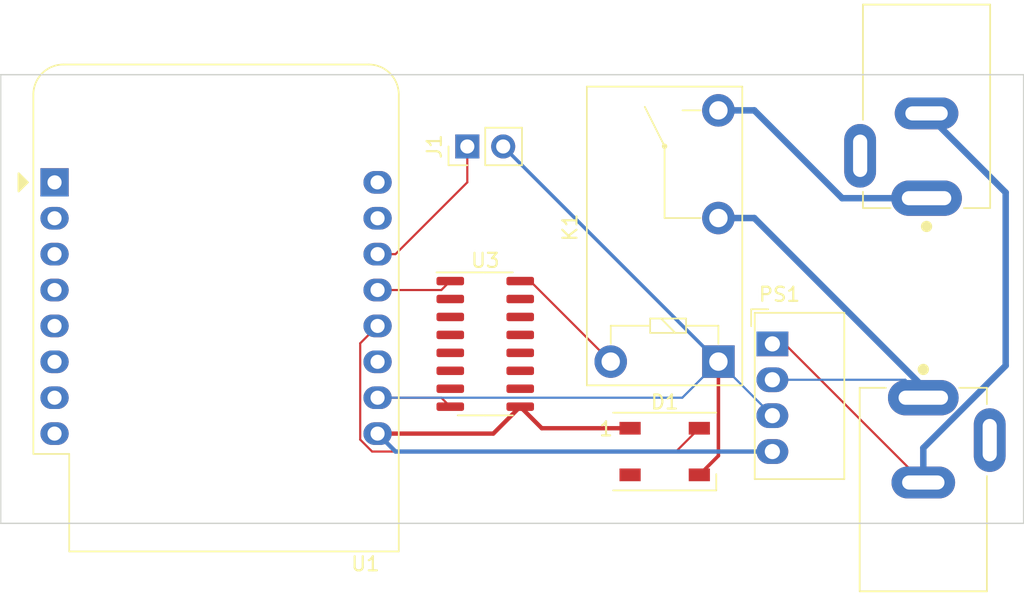
<source format=kicad_pcb>
(kicad_pcb (version 20211014) (generator pcbnew)
  (layers (0 "F.Cu" signal) (31 "B.Cu" signal) (34 "B.Paste" user) (35 "F.Paste" user) (36 "B.SilkS" user "B.Silkscreen") (37 "F.SilkS" user "F.Silkscreen") (38 "B.Mask" user) (39 "F.Mask" user) (44 "Edge.Cuts" user))
  (net 0 "")
  (net 4 "5V")
  (net 6 "GND")
  (net 8 "LED")
  (net 9 "BUTTON")
  (net 14 "Net-(K1-Pad3)")
  (net 15 "Net-(K1-Pad5)")
  (net 16 "SWITCH")
  (net 33 "12VIN")
  (net 34 "12VGND")
  (footprint "Module:WEMOS_D1_mini_light" (layer "F.Cu") (at 104.14 69.85)
    (fp_text reference "U1" (at 22 27) (layer "F.SilkS"))
    (fp_text value "WeMos_D1_mini")
    (fp_line (start 22.24 -8.34) (end 0.63 -8.34) (layer "F.SilkS") (width 0.12))
    (fp_line (start -1.5 19.22) (end -1.5 -6.21) (layer "F.SilkS") (width 0.12))
    (fp_line (start 1.04 19.22) (end 1.04 26.12) (layer "F.SilkS") (width 0.12))
    (fp_line (start 1.04 26.12) (end 24.36 26.12) (layer "F.SilkS") (width 0.12))
    (fp_line (start -1.5 19.22) (end 1.04 19.22) (layer "F.SilkS") (width 0.12))
    (fp_line (start 24.36 26.12) (end 24.36 -6.21) (layer "F.SilkS") (width 0.12))
    (fp_arc (start -1.5 -6.21) (mid -0.876137 -7.716137) (end 0.63 -8.34) (layer "F.SilkS") (width 0.12))
    (fp_arc (start 22.23 -8.34) (mid 23.736137 -7.716137) (end 24.36 -6.21) (layer "F.SilkS") (width 0.12))
    (fp_poly (pts (xy -2.54 -0.635) (xy -2.54 0.635) (xy -1.905 0)) (layer "F.SilkS") (width 0.15) (fill solid))
    (pad "1" thru_hole rect (at 0 0) (size 2 2) (drill 1) (layers *.Cu *.Mask))
    (pad "2" thru_hole oval (at 0 2.54) (size 2 1.6) (drill 1) (layers *.Cu *.Mask))
    (pad "3" thru_hole oval (at 0 5.08) (size 2 1.6) (drill 1) (layers *.Cu *.Mask))
    (pad "4" thru_hole oval (at 0 7.62) (size 2 1.6) (drill 1) (layers *.Cu *.Mask))
    (pad "5" thru_hole oval (at 0 10.16) (size 2 1.6) (drill 1) (layers *.Cu *.Mask))
    (pad "6" thru_hole oval (at 0 12.7) (size 2 1.6) (drill 1) (layers *.Cu *.Mask))
    (pad "7" thru_hole oval (at 0 15.24) (size 2 1.6) (drill 1) (layers *.Cu *.Mask))
    (pad "8" thru_hole oval (at 0 17.78) (size 2 1.6) (drill 1) (layers *.Cu *.Mask))
    (pad "9" thru_hole oval (at 22.86 17.78) (size 2 1.6) (drill 1) (layers *.Cu *.Mask) (net 4 "5V"))
    (pad "10" thru_hole oval (at 22.86 15.24) (size 2 1.6) (drill 1) (layers *.Cu *.Mask) (net 6 "GND"))
    (pad "11" thru_hole oval (at 22.86 12.7) (size 2 1.6) (drill 1) (layers *.Cu *.Mask))
    (pad "12" thru_hole oval (at 22.86 10.16) (size 2 1.6) (drill 1) (layers *.Cu *.Mask) (net 8 "LED"))
    (pad "13" thru_hole oval (at 22.86 7.62) (size 2 1.6) (drill 1) (layers *.Cu *.Mask) (net 16 "SWITCH"))
    (pad "14" thru_hole oval (at 22.86 5.08) (size 2 1.6) (drill 1) (layers *.Cu *.Mask) (net 9 "BUTTON"))
    (pad "15" thru_hole oval (at 22.86 2.54) (size 2 1.6) (drill 1) (layers *.Cu *.Mask))
    (pad "16" thru_hole oval (at 22.86 0) (size 2 1.6) (drill 1) (layers *.Cu *.Mask))
  )
  (footprint "Package_SO:SOIC-16_3.9x9.9mm_P1.27mm" (layer "F.Cu") (at 134.62 81.28)
    (fp_text reference "U3" (at 0 -5.9) (layer "F.SilkS"))
    (fp_text value "ULN2003")
    (fp_line (start 0 5.06) (end -1.95 5.06) (layer "F.SilkS") (width 0.12))
    (fp_line (start 0 5.06) (end 1.95 5.06) (layer "F.SilkS") (width 0.12))
    (fp_line (start 0 -5.06) (end -3.45 -5.06) (layer "F.SilkS") (width 0.12))
    (fp_line (start 0 -5.06) (end 1.95 -5.06) (layer "F.SilkS") (width 0.12))
    (pad "1" smd roundrect (at -2.475 -4.445) (size 1.95 0.6) (layers "F.Cu" "F.Paste" "F.Mask") (net 16 "SWITCH"))
    (pad "2" smd roundrect (at -2.475 -3.175) (size 1.95 0.6) (layers "F.Cu" "F.Paste" "F.Mask"))
    (pad "3" smd roundrect (at -2.475 -1.905) (size 1.95 0.6) (layers "F.Cu" "F.Paste" "F.Mask"))
    (pad "4" smd roundrect (at -2.475 -0.635) (size 1.95 0.6) (layers "F.Cu" "F.Paste" "F.Mask"))
    (pad "5" smd roundrect (at -2.475 0.635) (size 1.95 0.6) (layers "F.Cu" "F.Paste" "F.Mask"))
    (pad "6" smd roundrect (at -2.475 1.905) (size 1.95 0.6) (layers "F.Cu" "F.Paste" "F.Mask"))
    (pad "7" smd roundrect (at -2.475 3.175) (size 1.95 0.6) (layers "F.Cu" "F.Paste" "F.Mask"))
    (pad "8" smd roundrect (at -2.475 4.445) (size 1.95 0.6) (layers "F.Cu" "F.Paste" "F.Mask") (net 6 "GND"))
    (pad "9" smd roundrect (at 2.475 4.445) (size 1.95 0.6) (layers "F.Cu" "F.Paste" "F.Mask") (net 4 "5V"))
    (pad "10" smd roundrect (at 2.475 3.175) (size 1.95 0.6) (layers "F.Cu" "F.Paste" "F.Mask"))
    (pad "11" smd roundrect (at 2.475 1.905) (size 1.95 0.6) (layers "F.Cu" "F.Paste" "F.Mask"))
    (pad "12" smd roundrect (at 2.475 0.635) (size 1.95 0.6) (layers "F.Cu" "F.Paste" "F.Mask"))
    (pad "13" smd roundrect (at 2.475 -0.635) (size 1.95 0.6) (layers "F.Cu" "F.Paste" "F.Mask"))
    (pad "14" smd roundrect (at 2.475 -1.905) (size 1.95 0.6) (layers "F.Cu" "F.Paste" "F.Mask"))
    (pad "15" smd roundrect (at 2.475 -3.175) (size 1.95 0.6) (layers "F.Cu" "F.Paste" "F.Mask"))
    (pad "16" smd roundrect (at 2.475 -4.445) (size 1.95 0.6) (layers "F.Cu" "F.Paste" "F.Mask") (net 15 "Net-(K1-Pad5)"))
  )
  (footprint "Connector_PinHeader_2.54mm:PinHeader_1x02_P2.54mm_Vertical" (layer "F.Cu") (at 133.35 67.31 90)
    (fp_text reference "J1" (at 0 -2.33 90) (layer "F.SilkS"))
    (fp_text value "ButtonHeader" hide)
    (fp_line (start -1.33 1.27) (end 1.33 1.27) (layer "F.SilkS") (width 0.12))
    (fp_line (start -1.33 0) (end -1.33 -1.33) (layer "F.SilkS") (width 0.12))
    (fp_line (start -1.33 1.27) (end -1.33 3.87) (layer "F.SilkS") (width 0.12))
    (fp_line (start -1.33 -1.33) (end 0 -1.33) (layer "F.SilkS") (width 0.12))
    (fp_line (start 1.33 1.27) (end 1.33 3.87) (layer "F.SilkS") (width 0.12))
    (fp_line (start -1.33 3.87) (end 1.33 3.87) (layer "F.SilkS") (width 0.12))
    (pad "1" thru_hole rect (at 0 0 90) (size 1.7 1.7) (drill 1) (layers *.Cu *.Mask) (net 9 "BUTTON"))
    (pad "2" thru_hole oval (at 0 2.54 90) (size 1.7 1.7) (drill 1) (layers *.Cu *.Mask) (net 6 "GND"))
  )
  (footprint "MyParts:CUI_PJ-002AH" (layer "F.Cu") (at 165.85 70.97 90)
    (fp_text reference "U4" hide)
    (fp_text value "Barrel_Jack_Switch" hide)
    (fp_line (start 13.7 -4.5) (end 13.7 4.5) (layer "F.SilkS") (width 0.127))
    (fp_line (start -0.7 4.5) (end -0.7 2.65) (layer "F.SilkS") (width 0.127))
    (fp_line (start 13.7 4.5) (end -0.7 4.5) (layer "F.SilkS") (width 0.127))
    (fp_line (start -0.7 -2.55) (end -0.7 -4.5) (layer "F.SilkS") (width 0.127))
    (fp_line (start -0.7 -4.5) (end 0.45 -4.5) (layer "F.SilkS") (width 0.127))
    (fp_line (start 5.55 -4.5) (end 13.7 -4.5) (layer "F.SilkS") (width 0.127))
    (fp_circle (center -2 0) (end -1.8 0) (layer "F.SilkS") (width 0.4) (fill none))
    (pad "1" thru_hole oval locked (at 0 0 90) (size 2.5 5) (drill oval 1 3.5) (layers *.Cu *.Mask) (net 14 "Net-(K1-Pad3)"))
    (pad "2" thru_hole oval locked (at 6 0 90) (size 2.25 4.5) (drill oval 1 3) (layers *.Cu *.Mask) (net 34 "12VGND"))
    (pad "3" thru_hole oval locked (at 3 -4.7 90) (size 4.5 2.25) (drill oval 3 1) (layers *.Cu *.Mask))
  )
  (footprint "LED_SMD:LED_WS2812B_PLCC4_5.0x5.0mm_P3.2mm" (layer "F.Cu") (at 147.32 88.9)
    (fp_text reference "D1" (at 0 -3.5) (layer "F.SilkS"))
    (fp_text value "WS2812B" hide)
    (fp_text user "1" (at -4.15 -1.6) (layer "F.SilkS"))
    (fp_line (start -3.65 2.75) (end 3.65 2.75) (layer "F.SilkS") (width 0.12))
    (fp_line (start 3.65 2.75) (end 3.65 1.6) (layer "F.SilkS") (width 0.12))
    (fp_line (start -3.65 -2.75) (end 3.65 -2.75) (layer "F.SilkS") (width 0.12))
    (pad "1" smd rect (at -2.45 -1.65) (size 1.5 0.9) (layers "F.Cu" "F.Paste" "F.Mask") (net 4 "5V"))
    (pad "2" smd rect (at -2.45 1.65) (size 1.5 0.9) (layers "F.Cu" "F.Paste" "F.Mask"))
    (pad "3" smd rect (at 2.45 1.65) (size 1.5 0.9) (layers "F.Cu" "F.Paste" "F.Mask") (net 6 "GND"))
    (pad "4" smd rect (at 2.45 -1.65) (size 1.5 0.9) (layers "F.Cu" "F.Paste" "F.Mask") (net 8 "LED"))
  )
  (footprint "MyParts:CUI_PJ-002AH" (layer "F.Cu") (at 165.62 85.09 -90)
    (fp_text reference "U5" hide)
    (fp_text value "Barrel_Jack_Switch" hide)
    (fp_line (start -0.7 4.5) (end -0.7 2.65) (layer "F.SilkS") (width 0.127))
    (fp_line (start -0.7 -2.55) (end -0.7 -4.5) (layer "F.SilkS") (width 0.127))
    (fp_line (start 13.7 4.5) (end -0.7 4.5) (layer "F.SilkS") (width 0.127))
    (fp_line (start 5.55 -4.5) (end 13.7 -4.5) (layer "F.SilkS") (width 0.127))
    (fp_line (start 13.7 -4.5) (end 13.7 4.5) (layer "F.SilkS") (width 0.127))
    (fp_line (start -0.7 -4.5) (end 0.45 -4.5) (layer "F.SilkS") (width 0.127))
    (fp_circle (center -2 0) (end -1.8 0) (layer "F.SilkS") (width 0.4) (fill none))
    (pad "1" thru_hole oval locked (at 0 0 270) (size 2.5 5) (drill oval 1 3.5) (layers *.Cu *.Mask) (net 33 "12VIN"))
    (pad "2" thru_hole oval locked (at 6 0 270) (size 2.25 4.5) (drill oval 1 3) (layers *.Cu *.Mask) (net 34 "12VGND"))
    (pad "3" thru_hole oval locked (at 3 -4.7 270) (size 4.5 2.25) (drill oval 3 1) (layers *.Cu *.Mask))
  )
  (footprint "Relay_THT:Relay_SPST_Omron-G5Q-1A" (layer "F.Cu") (at 151.12 82.535 90)
    (fp_text reference "K1" (at 9.5 -10.5 90) (layer "F.SilkS"))
    (fp_text value "G5Q-1A")
    (fp_line (start 2.54 -7.62) (end 1.27 -7.62) (layer "F.SilkS") (width 0.12))
    (fp_line (start 17.78 -1.27) (end 17.78 -2.54) (layer "F.SilkS") (width 0.12))
    (fp_line (start 2.54 -4.83) (end 2.54 -7.62) (layer "F.SilkS") (width 0.12))
    (fp_line (start 2.54 0) (end 2.54 -2.29) (layer "F.SilkS") (width 0.12))
    (fp_line (start 10.16 -1.27) (end 10.16 -3.81) (layer "F.SilkS") (width 0.12))
    (fp_line (start 10.16 -3.81) (end 15.24 -3.81) (layer "F.SilkS") (width 0.12))
    (fp_line (start 3.05 -2.29) (end 2.54 -2.29) (layer "F.SilkS") (width 0.12))
    (fp_line (start 19.46 1.69) (end 19.46 -9.31) (layer "F.SilkS") (width 0.12))
    (fp_line (start 2.54 -4.83) (end 3.05 -4.83) (layer "F.SilkS") (width 0.12))
    (fp_line (start 2.03 -3.05) (end 3.05 -4.06) (layer "F.SilkS") (width 0.12))
    (fp_line (start 2.03 -2.29) (end 2.03 -4.83) (layer "F.SilkS") (width 0.12))
    (fp_line (start -1.68 1.69) (end 19.46 1.69) (layer "F.SilkS") (width 0.12))
    (fp_line (start 2.03 -4.83) (end 2.54 -4.83) (layer "F.SilkS") (width 0.12))
    (fp_line (start 2.54 -2.29) (end 2.03 -2.29) (layer "F.SilkS") (width 0.12))
    (fp_line (start 3.05 -4.83) (end 3.05 -2.29) (layer "F.SilkS") (width 0.12))
    (fp_line (start -1.68 -9.31) (end 19.46 -9.31) (layer "F.SilkS") (width 0.12))
    (fp_line (start 15.24 -3.81) (end 18.03 -5.21) (layer "F.SilkS") (width 0.12))
    (fp_line (start -1.68 1.69) (end -1.68 -9.31) (layer "F.SilkS") (width 0.12))
    (fp_line (start 1.27 0) (end 2.54 0) (layer "F.SilkS") (width 0.12))
    (fp_circle (center 15.24 -3.81) (end 15.24 -3.68) (layer "F.SilkS") (width 0.12) (fill none))
    (pad "1" thru_hole rect (at 0 0 270) (size 2.3 2.3) (drill 1.3) (layers *.Cu *.Mask) (net 6 "GND"))
    (pad "2" thru_hole circle (at 10.16 0 270) (size 2.3 2.3) (drill 1.3) (layers *.Cu *.Mask) (net 33 "12VIN"))
    (pad "3" thru_hole circle (at 17.78 0 270) (size 2.3 2.3) (drill 1.3) (layers *.Cu *.Mask) (net 14 "Net-(K1-Pad3)"))
    (pad "5" thru_hole circle (at 0 -7.62 270) (size 2.3 2.3) (drill 1.3) (layers *.Cu *.Mask) (net 15 "Net-(K1-Pad5)"))
  )
  (footprint "Converter_DCDC:Converter_DCDC_Murata_MEE1SxxxxSC_THT" (layer "F.Cu") (at 154.94 81.28)
    (fp_text reference "PS1" (at 0.5 -3.5) (layer "F.SilkS"))
    (fp_text value "MEE1S1205SC" hide)
    (fp_line (start 5.09 9.57) (end -1.25 9.57) (layer "F.SilkS") (width 0.12))
    (fp_line (start -1.5 -2.45) (end -1.5 -1.25) (layer "F.SilkS") (width 0.12))
    (fp_line (start 5.09 -2.2) (end 5.09 9.57) (layer "F.SilkS") (width 0.12))
    (fp_line (start -1.25 -2.2) (end -1.25 9.57) (layer "F.SilkS") (width 0.12))
    (fp_line (start 5.09 -2.2) (end -1.25 -2.2) (layer "F.SilkS") (width 0.12))
    (fp_line (start -0.3 -2.45) (end -1.5 -2.45) (layer "F.SilkS") (width 0.12))
    (pad "1" thru_hole rect (at 0 0 270) (size 1.75 2.25) (drill 1.075) (layers *.Cu *.Mask) (net 34 "12VGND"))
    (pad "2" thru_hole oval (at 0 2.54 270) (size 1.75 2.25) (drill 1.075) (layers *.Cu *.Mask) (net 33 "12VIN"))
    (pad "3" thru_hole oval (at 0 5.08 270) (size 1.75 2.25) (drill 1.075) (layers *.Cu *.Mask) (net 6 "GND"))
    (pad "4" thru_hole oval (at 0 7.62 270) (size 1.75 2.25) (drill 1.075) (layers *.Cu *.Mask) (net 4 "5V"))
  )
  (gr_line (start 100.33 93.98) (end 172.72 93.98) (layer "Edge.Cuts") (width 0.1))
  (gr_line (start 172.72 62.23) (end 100.33 62.23) (layer "Edge.Cuts") (width 0.1))
  (gr_line (start 172.72 93.98) (end 172.72 62.23) (layer "Edge.Cuts") (width 0.1))
  (gr_line (start 100.33 62.23) (end 100.33 93.98) (layer "Edge.Cuts") (width 0.1))
  (segment (start 137.095 85.725) (end 138.62 87.25) (width 0.3048) (layer "F.Cu") (net 4))
  (segment (start 127 87.63) (end 135.19 87.63) (width 0.3048) (layer "F.Cu") (net 4))
  (segment (start 138.62 87.25) (end 144.87 87.25) (width 0.3048) (layer "F.Cu") (net 4))
  (segment (start 135.19 87.63) (end 137.095 85.725) (width 0.3048) (layer "F.Cu") (net 4))
  (segment (start 128.27 88.9) (end 127 87.63) (width 0.3048) (layer "B.Cu") (net 4))
  (segment (start 154.94 88.9) (end 128.27 88.9) (width 0.3048) (layer "B.Cu") (net 4))
  (segment (start 151.12 89.2) (end 149.77 90.55) (width 0.25) (layer "F.Cu") (net 6))
  (segment (start 151.12 82.535) (end 151.12 89.2) (width 0.25) (layer "F.Cu") (net 6))
  (segment (start 131.51 85.09) (end 132.145 85.725) (width 0.1524) (layer "F.Cu") (net 6))
  (segment (start 127 85.09) (end 131.51 85.09) (width 0.1524) (layer "F.Cu") (net 6))
  (segment (start 135.89 67.31) (end 151.115 82.535) (width 0.25) (layer "B.Cu") (net 6))
  (segment (start 148.565 85.09) (end 127 85.09) (width 0.1524) (layer "B.Cu") (net 6))
  (segment (start 154.94 86.36) (end 151.12 82.54) (width 0.1524) (layer "B.Cu") (net 6))
  (segment (start 151.115 82.535) (end 151.12 82.535) (width 0.25) (layer "B.Cu") (net 6))
  (segment (start 151.12 82.54) (end 151.12 82.535) (width 0.1524) (layer "B.Cu") (net 6))
  (segment (start 151.12 82.535) (end 148.565 85.09) (width 0.1524) (layer "B.Cu") (net 6))
  (segment (start 148.12 88.9) (end 149.77 87.25) (width 0.1524) (layer "F.Cu") (net 8))
  (segment (start 125.7714 88.05606) (end 126.61534 88.9) (width 0.1524) (layer "F.Cu") (net 8))
  (segment (start 125.7714 81.2386) (end 125.7714 88.05606) (width 0.1524) (layer "F.Cu") (net 8))
  (segment (start 127 80.01) (end 125.7714 81.2386) (width 0.1524) (layer "F.Cu") (net 8))
  (segment (start 126.61534 88.9) (end 148.12 88.9) (width 0.1524) (layer "F.Cu") (net 8))
  (segment (start 128.27 74.93) (end 133.35 69.85) (width 0.1524) (layer "F.Cu") (net 9))
  (segment (start 133.35 69.85) (end 133.35 67.31) (width 0.1524) (layer "F.Cu") (net 9))
  (segment (start 127 74.93) (end 128.27 74.93) (width 0.1524) (layer "F.Cu") (net 9))
  (segment (start 165.85 70.97) (end 159.875 70.97) (width 0.4572) (layer "B.Cu") (net 14))
  (segment (start 159.875 70.97) (end 153.66 64.755) (width 0.4572) (layer "B.Cu") (net 14))
  (segment (start 153.66 64.755) (end 151.12 64.755) (width 0.4572) (layer "B.Cu") (net 14))
  (segment (start 137.8 76.835) (end 143.5 82.535) (width 0.1524) (layer "F.Cu") (net 15))
  (segment (start 137.095 76.835) (end 137.8 76.835) (width 0.1524) (layer "F.Cu") (net 15))
  (segment (start 127 77.47) (end 131.51 77.47) (width 0.1524) (layer "F.Cu") (net 16))
  (segment (start 131.51 77.47) (end 132.145 76.835) (width 0.1524) (layer "F.Cu") (net 16))
  (segment (start 153.66 72.375) (end 151.12 72.375) (width 0.4572) (layer "B.Cu") (net 33))
  (segment (start 153.66 72.375) (end 165.62 84.335) (width 0.4572) (layer "B.Cu") (net 33))
  (segment (start 165.62 84.335) (end 165.62 85.09) (width 0.4572) (layer "B.Cu") (net 33))
  (segment (start 154.94 83.82) (end 164.35 83.82) (width 0.1524) (layer "B.Cu") (net 33))
  (segment (start 164.35 83.82) (end 165.62 85.09) (width 0.1524) (layer "B.Cu") (net 33))
  (segment (start 154.94 81.28) (end 155.81 81.28) (width 0.1524) (layer "F.Cu") (net 34))
  (segment (start 155.81 81.28) (end 165.62 91.09) (width 0.1524) (layer "F.Cu") (net 34))
  (segment (start 171.45 82.816582) (end 165.62 88.646582) (width 0.4572) (layer "B.Cu") (net 34))
  (segment (start 165.85 64.97) (end 171.45 70.57) (width 0.4572) (layer "B.Cu") (net 34))
  (segment (start 171.45 70.57) (end 171.45 82.816582) (width 0.4572) (layer "B.Cu") (net 34))
  (segment (start 165.62 88.646582) (end 165.62 91.09) (width 0.4572) (layer "B.Cu") (net 34))
)
</source>
